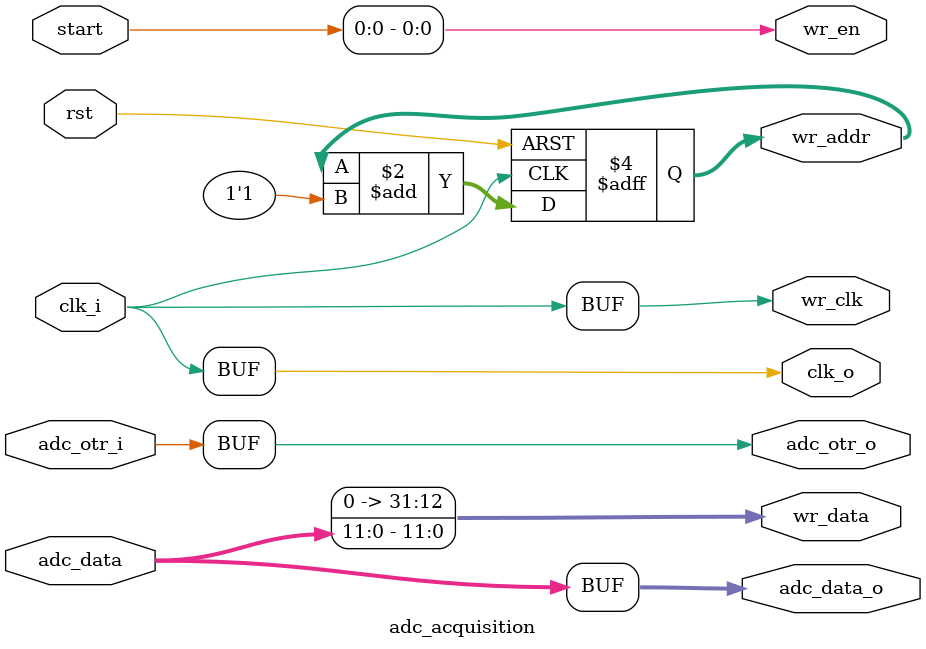
<source format=v>
`timescale 1ns / 1ps


module adc_acquisition(

    input        clk_i,
    input        rst,
    output       clk_o,
    input [11:0] adc_data,
    input        adc_otr_i,
    output       adc_otr_o,
    output [11:0] adc_data_o,
    
    input    [31:0]  start,
    output           wr_en ,
    output            wr_clk,
    output     [31:0] wr_data,
    output reg [31:0] wr_addr = 0
    
    );
    
assign clk_o = clk_i;
assign wr_clk = clk_i;
assign wr_data = {20'b0, adc_data};
assign wr_en = start[0];
assign adc_otr_o = adc_otr_i;
assign adc_data_o = adc_data;

always@(posedge clk_i or posedge rst) begin

    if (rst) begin
        wr_addr <= 0;
    end else begin
        wr_addr <= wr_addr + 1'b1;
    end

end
    
endmodule

</source>
